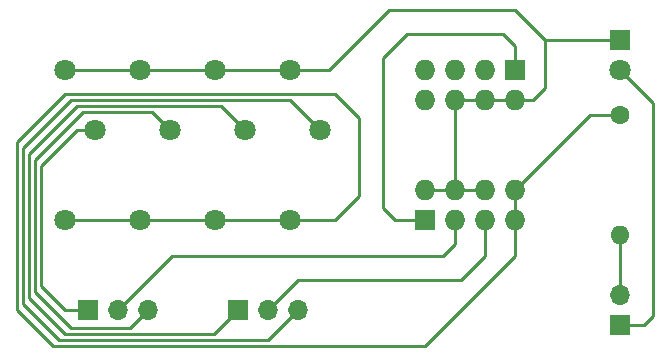
<source format=gbr>
G04 #@! TF.GenerationSoftware,KiCad,Pcbnew,5.1.5*
G04 #@! TF.CreationDate,2020-02-05T11:08:59+00:00*
G04 #@! TF.ProjectId,BSPD_Tester,42535044-5f54-4657-9374-65722e6b6963,rev?*
G04 #@! TF.SameCoordinates,Original*
G04 #@! TF.FileFunction,Copper,L2,Bot*
G04 #@! TF.FilePolarity,Positive*
%FSLAX46Y46*%
G04 Gerber Fmt 4.6, Leading zero omitted, Abs format (unit mm)*
G04 Created by KiCad (PCBNEW 5.1.5) date 2020-02-05 11:08:59*
%MOMM*%
%LPD*%
G04 APERTURE LIST*
%ADD10O,1.700000X1.700000*%
%ADD11R,1.700000X1.700000*%
%ADD12O,1.600000X1.600000*%
%ADD13C,1.600000*%
%ADD14C,1.800000*%
%ADD15R,1.800000X1.800000*%
%ADD16O,1.727200X1.727200*%
%ADD17R,1.727200X1.727200*%
%ADD18C,0.254000*%
G04 APERTURE END LIST*
D10*
X95250000Y-97790000D03*
D11*
X95250000Y-100330000D03*
D12*
X95250000Y-92710000D03*
D13*
X95250000Y-82550000D03*
D14*
X95250000Y-78740000D03*
D15*
X95250000Y-76200000D03*
D14*
X67310000Y-78740000D03*
X69850000Y-83820000D03*
X67310000Y-91440000D03*
X60960000Y-78740000D03*
X63500000Y-83820000D03*
X60960000Y-91440000D03*
X54610000Y-78740000D03*
X57150000Y-83820000D03*
X54610000Y-91440000D03*
X48260000Y-78740000D03*
X50800000Y-83820000D03*
X48260000Y-91440000D03*
D16*
X78740000Y-81280000D03*
X78740000Y-78740000D03*
X81280000Y-81280000D03*
X81280000Y-78740000D03*
X83820000Y-81280000D03*
X83820000Y-78740000D03*
X86360000Y-81280000D03*
D17*
X86360000Y-78740000D03*
D10*
X67945000Y-99060000D03*
X65405000Y-99060000D03*
D11*
X62865000Y-99060000D03*
D10*
X55245000Y-99060000D03*
X52705000Y-99060000D03*
D11*
X50165000Y-99060000D03*
D16*
X86360000Y-88900000D03*
X86360000Y-91440000D03*
X83820000Y-88900000D03*
X83820000Y-91440000D03*
X81280000Y-88900000D03*
X81280000Y-91440000D03*
X78740000Y-88900000D03*
D17*
X78740000Y-91440000D03*
D18*
X48260000Y-91440000D02*
X54610000Y-91440000D01*
X54610000Y-91440000D02*
X60960000Y-91440000D01*
X60960000Y-91440000D02*
X67310000Y-91440000D01*
X86360000Y-88900000D02*
X86360000Y-91440000D01*
X92710000Y-82550000D02*
X86360000Y-88900000D01*
X95250000Y-82550000D02*
X92710000Y-82550000D01*
X73152000Y-82804000D02*
X73152000Y-89408000D01*
X71120000Y-91440000D02*
X67310000Y-91440000D01*
X48260000Y-80772000D02*
X71120000Y-80772000D01*
X44196000Y-84836000D02*
X48260000Y-80772000D01*
X71120000Y-80772000D02*
X73152000Y-82804000D01*
X44196000Y-99060000D02*
X44196000Y-84836000D01*
X73152000Y-89408000D02*
X71120000Y-91440000D01*
X47244000Y-102108000D02*
X44196000Y-99060000D01*
X86360000Y-94488000D02*
X78740000Y-102108000D01*
X78740000Y-102108000D02*
X47244000Y-102108000D01*
X86360000Y-91440000D02*
X86360000Y-94488000D01*
X67310000Y-78740000D02*
X60960000Y-78740000D01*
X60960000Y-78740000D02*
X54610000Y-78740000D01*
X54610000Y-78740000D02*
X48260000Y-78740000D01*
X87884000Y-81280000D02*
X86360000Y-81280000D01*
X88900000Y-80264000D02*
X87884000Y-81280000D01*
X81280000Y-88900000D02*
X81280000Y-81280000D01*
X78740000Y-88900000D02*
X81280000Y-88900000D01*
X81280000Y-88900000D02*
X83820000Y-88900000D01*
X86360000Y-81280000D02*
X83820000Y-81280000D01*
X83820000Y-81280000D02*
X81280000Y-81280000D01*
X95250000Y-76200000D02*
X88900000Y-76200000D01*
X88900000Y-76200000D02*
X88900000Y-80264000D01*
X70612000Y-78740000D02*
X75692000Y-73660000D01*
X67310000Y-78740000D02*
X70612000Y-78740000D01*
X75692000Y-73660000D02*
X86360000Y-73660000D01*
X86360000Y-73660000D02*
X88900000Y-76200000D01*
X67945000Y-96520000D02*
X65405000Y-99060000D01*
X83820000Y-91440000D02*
X83820000Y-94488000D01*
X81788000Y-96520000D02*
X67945000Y-96520000D01*
X83820000Y-94488000D02*
X81788000Y-96520000D01*
X80264000Y-94488000D02*
X57277000Y-94488000D01*
X57277000Y-94488000D02*
X52705000Y-99060000D01*
X81280000Y-91440000D02*
X81280000Y-93472000D01*
X81280000Y-93472000D02*
X80264000Y-94488000D01*
X76200000Y-91440000D02*
X75184000Y-90424000D01*
X78740000Y-91440000D02*
X76200000Y-91440000D01*
X75184000Y-90424000D02*
X75184000Y-77724000D01*
X86360000Y-76708000D02*
X86360000Y-78740000D01*
X85344000Y-75692000D02*
X86360000Y-76708000D01*
X77216000Y-75692000D02*
X85344000Y-75692000D01*
X75184000Y-77724000D02*
X77216000Y-75692000D01*
X49784000Y-82296000D02*
X45720000Y-86360000D01*
X45720000Y-86360000D02*
X45720000Y-97536000D01*
X45720000Y-97536000D02*
X48768000Y-100584000D01*
X53721000Y-100584000D02*
X55245000Y-99060000D01*
X48768000Y-100584000D02*
X53721000Y-100584000D01*
X55626000Y-82296000D02*
X57150000Y-83820000D01*
X49784000Y-82296000D02*
X55626000Y-82296000D01*
X50165000Y-99060000D02*
X50165000Y-98933000D01*
X48260000Y-99060000D02*
X50165000Y-99060000D01*
X46228000Y-97028000D02*
X48260000Y-99060000D01*
X46228000Y-86868000D02*
X46228000Y-97028000D01*
X50800000Y-83820000D02*
X49276000Y-83820000D01*
X49276000Y-83820000D02*
X46228000Y-86868000D01*
X67310000Y-81280000D02*
X69850000Y-83820000D01*
X67310000Y-81280000D02*
X48768000Y-81280000D01*
X48768000Y-81280000D02*
X44704000Y-85344000D01*
X44704000Y-85344000D02*
X44704000Y-98552000D01*
X44704000Y-98552000D02*
X47752000Y-101600000D01*
X65405000Y-101600000D02*
X67945000Y-99060000D01*
X47752000Y-101600000D02*
X65405000Y-101600000D01*
X61468000Y-81788000D02*
X49276000Y-81788000D01*
X63500000Y-83820000D02*
X61468000Y-81788000D01*
X60833000Y-101092000D02*
X62865000Y-99060000D01*
X45212000Y-85852000D02*
X45212000Y-98044000D01*
X49276000Y-81788000D02*
X45212000Y-85852000D01*
X48260000Y-101092000D02*
X60833000Y-101092000D01*
X45212000Y-98044000D02*
X48260000Y-101092000D01*
X98044000Y-99568000D02*
X98044000Y-81534000D01*
X95250000Y-100330000D02*
X97282000Y-100330000D01*
X98044000Y-81534000D02*
X95250000Y-78740000D01*
X97282000Y-100330000D02*
X98044000Y-99568000D01*
X95250000Y-97790000D02*
X95250000Y-92710000D01*
M02*

</source>
